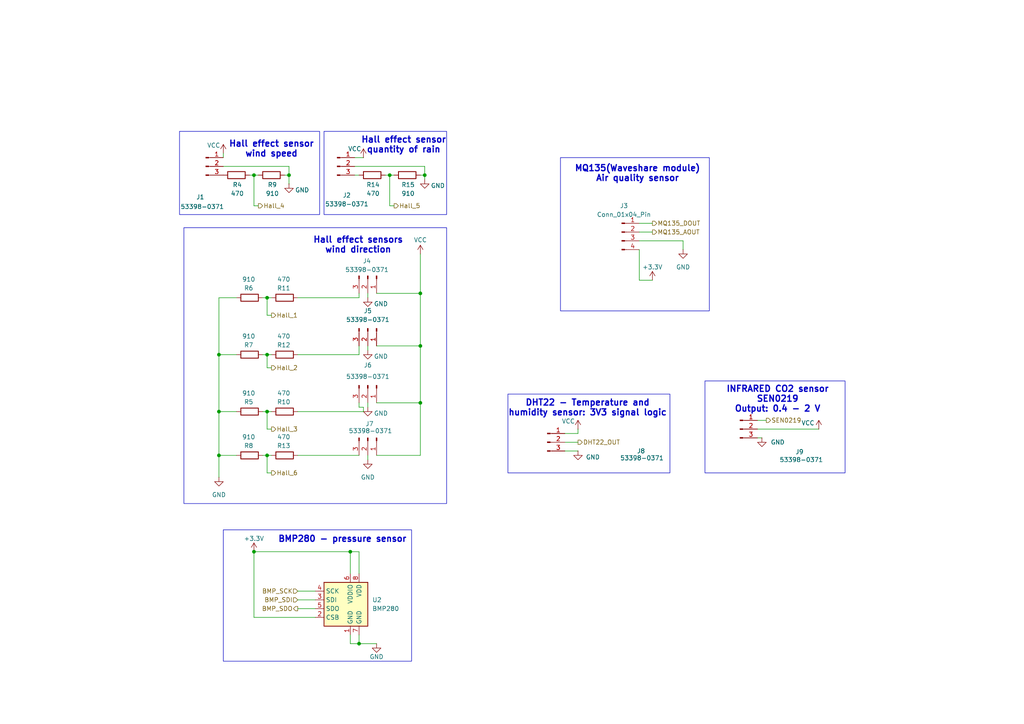
<source format=kicad_sch>
(kicad_sch (version 20231120) (generator "eeschema") (generator_version "8.0")
  (paper "A4")
  (lib_symbols
    (symbol "Connector:Conn_01x03_Pin" (pin_names (offset 1.016) hide)
      (property "Reference" "J" (at 0 5.08 0))
      (property "Value" "Conn_01x03_Pin" (at 0 -5.08 0))
      (symbol "Conn_01x03_Pin_1_1"
        (polyline (pts (xy 1.27 -2.54) (xy 0.8636 -2.54)) (stroke (width 0.1524)))
        (polyline (pts (xy 1.27 0) (xy 0.8636 0)) (stroke (width 0.1524)))
        (polyline (pts (xy 1.27 2.54) (xy 0.8636 2.54)) (stroke (width 0.1524)))
        (rectangle (start 0.8636 -2.413) (end 0 -2.667) (stroke (width 0.1524)) (fill (type outline)))
        (rectangle (start 0.8636 0.127) (end 0 -0.127) (stroke (width 0.1524)) (fill (type outline)))
        (rectangle (start 0.8636 2.667) (end 0 2.413) (stroke (width 0.1524)) (fill (type outline)))
        (pin passive line (at 5.08 2.54 180) (length 3.81) (name "Pin_1") (number "1"))
        (pin passive line (at 5.08 0 180) (length 3.81) (name "Pin_2") (number "2"))
        (pin passive line (at 5.08 -2.54 180) (length 3.81) (name "Pin_3") (number "3"))
      )
    )
    (symbol "Connector:Conn_01x04_Pin" (pin_names (offset 1.016) hide)
      (property "Reference" "J" (at 0 5.08 0))
      (property "Value" "Conn_01x04_Pin" (at 0 -7.62 0))
      (symbol "Conn_01x04_Pin_1_1"
        (polyline (pts (xy 1.27 -5.08) (xy 0.8636 -5.08)) (stroke (width 0.1524)))
        (polyline (pts (xy 1.27 -2.54) (xy 0.8636 -2.54)) (stroke (width 0.1524)))
        (polyline (pts (xy 1.27 0) (xy 0.8636 0)) (stroke (width 0.1524)))
        (polyline (pts (xy 1.27 2.54) (xy 0.8636 2.54)) (stroke (width 0.1524)))
        (rectangle (start 0.8636 -4.953) (end 0 -5.207) (stroke (width 0.1524)) (fill (type outline)))
        (rectangle (start 0.8636 -2.413) (end 0 -2.667) (stroke (width 0.1524)) (fill (type outline)))
        (rectangle (start 0.8636 0.127) (end 0 -0.127) (stroke (width 0.1524)) (fill (type outline)))
        (rectangle (start 0.8636 2.667) (end 0 2.413) (stroke (width 0.1524)) (fill (type outline)))
        (pin passive line (at 5.08 2.54 180) (length 3.81) (name "Pin_1") (number "1"))
        (pin passive line (at 5.08 0 180) (length 3.81) (name "Pin_2") (number "2"))
        (pin passive line (at 5.08 -2.54 180) (length 3.81) (name "Pin_3") (number "3"))
        (pin passive line (at 5.08 -5.08 180) (length 3.81) (name "Pin_4") (number "4"))
      )
    )
    (symbol "Device:R" (pin_numbers hide) (pin_names (offset 0))
      (property "Reference" "R" (at 2.032 0 90))
      (property "Value" "R" (at 0 0 90))
      (symbol "R_0_1"
        (rectangle (start -1.016 -2.54) (end 1.016 2.54) (stroke (width 0.254)))
      )
      (symbol "R_1_1"
        (pin passive line (at 0 3.81 270) (length 1.27) (name "~") (number "1"))
        (pin passive line (at 0 -3.81 90) (length 1.27) (name "~") (number "2"))
      )
    )
    (symbol "Sensor_Pressure:BMP280"
      (property "Reference" "U" (at -7.62 10.16 0))
      (property "Value" "BMP280" (at 5.08 10.16 0))
      (symbol "BMP280_0_1"
        (rectangle (start -7.62 -5.08) (end 5.08 7.62) (stroke (width 0.254)) (fill (type background)))
      )
      (symbol "BMP280_1_1"
        (pin power_in line (at 0 -7.62 90) (length 2.54) (name "GND") (number "1"))
        (pin input line (at -10.16 -2.54 0) (length 2.54) (name "CSB") (number "2"))
        (pin bidirectional line (at -10.16 2.54 0) (length 2.54) (name "SDI") (number "3"))
        (pin input line (at -10.16 5.08 0) (length 2.54) (name "SCK") (number "4"))
        (pin bidirectional line (at -10.16 0 0) (length 2.54) (name "SDO") (number "5"))
        (pin power_in line (at 0 10.16 270) (length 2.54) (name "VDDIO") (number "6"))
        (pin power_in line (at 2.54 -7.62 90) (length 2.54) (name "GND") (number "7"))
        (pin power_in line (at 2.54 10.16 270) (length 2.54) (name "VDD") (number "8"))
      )
    )
    (symbol "power:+3.3V" (power) (pin_numbers hide) (pin_names (offset 0) hide)
      (property "Value" "+3.3V" (at 0 3.556 0))
      (symbol "+3.3V_0_1"
        (polyline (pts (xy -0.762 1.27) (xy 0 2.54)))
        (polyline (pts (xy 0 0) (xy 0 2.54)))
        (polyline (pts (xy 0 2.54) (xy 0.762 1.27)))
      )
      (symbol "+3.3V_1_1"
        (pin power_in line (at 0 0 90) (length 0) (name "~") (number "1"))
      )
    )
    (symbol "power:GND" (power) (pin_numbers hide) (pin_names (offset 0) hide)
      (property "Value" "GND" (at 0 -3.81 0))
      (symbol "GND_0_1"
        (polyline (pts (xy 0 0) (xy 0 -1.27) (xy 1.27 -1.27) (xy 0 -2.54) (xy -1.27 -1.27) (xy 0 -1.27)))
      )
      (symbol "GND_1_1"
        (pin power_in line (at 0 0 270) (length 0) (name "~") (number "1"))
      )
    )
    (symbol "power:VCC" (power) (pin_numbers hide) (pin_names (offset 0) hide)
      (property "Value" "VCC" (at 0 3.556 0))
      (symbol "VCC_0_1"
        (polyline (pts (xy -0.762 1.27) (xy 0 2.54)))
        (polyline (pts (xy 0 0) (xy 0 2.54)))
        (polyline (pts (xy 0 2.54) (xy 0.762 1.27)))
      )
      (symbol "VCC_1_1"
        (pin power_in line (at 0 0 90) (length 0) (name "~") (number "1"))
      )
    )
  )
  (junction (at 83.82 50.8))
  (junction (at 63.5 119.38))
  (junction (at 63.5 132.08))
  (junction (at 104.14 186.69))
  (junction (at 123.19 50.8))
  (junction (at 77.47 119.38))
  (junction (at 73.66 50.8))
  (junction (at 121.92 116.84))
  (junction (at 77.47 86.36))
  (junction (at 113.03 50.8))
  (junction (at 101.6 160.02))
  (junction (at 121.92 100.33))
  (junction (at 63.5 102.87))
  (junction (at 121.92 85.09))
  (junction (at 73.66 160.02))
  (junction (at 77.47 132.08))
  (junction (at 77.47 102.87))
  (wire (pts (xy 105.41 118.11) (xy 104.14 118.11)))
  (wire (pts (xy 78.74 124.46) (xy 77.47 124.46)))
  (wire (pts (xy 121.92 132.08) (xy 109.22 132.08)))
  (wire (pts (xy 198.12 72.39) (xy 198.12 69.85)))
  (wire (pts (xy 121.92 85.09) (xy 121.92 100.33)))
  (wire (pts (xy 106.68 116.84) (xy 106.68 118.11)))
  (wire (pts (xy 86.36 171.45) (xy 91.44 171.45)))
  (wire (pts (xy 86.36 173.99) (xy 91.44 173.99)))
  (wire (pts (xy 167.64 124.46) (xy 167.64 125.73)))
  (wire (pts (xy 105.41 45.72) (xy 102.87 45.72)))
  (wire (pts (xy 109.22 116.84) (xy 121.92 116.84)))
  (wire (pts (xy 86.36 176.53) (xy 91.44 176.53)))
  (wire (pts (xy 86.36 86.36) (xy 104.14 86.36)))
  (wire (pts (xy 72.39 50.8) (xy 73.66 50.8)))
  (wire (pts (xy 113.03 59.69) (xy 113.03 50.8)))
  (wire (pts (xy 101.6 160.02) (xy 101.6 166.37)))
  (wire (pts (xy 104.14 166.37) (xy 104.14 160.02)))
  (wire (pts (xy 77.47 124.46) (xy 77.47 119.38)))
  (wire (pts (xy 104.14 118.11) (xy 104.14 116.84)))
  (wire (pts (xy 104.14 86.36) (xy 104.14 85.09)))
  (wire (pts (xy 63.5 132.08) (xy 63.5 138.43)))
  (wire (pts (xy 121.92 116.84) (xy 121.92 132.08)))
  (wire (pts (xy 109.22 186.69) (xy 104.14 186.69)))
  (wire (pts (xy 163.83 128.27) (xy 167.64 128.27)))
  (wire (pts (xy 111.76 50.8) (xy 113.03 50.8)))
  (wire (pts (xy 163.83 130.81) (xy 167.64 130.81)))
  (wire (pts (xy 77.47 106.68) (xy 77.47 102.87)))
  (wire (pts (xy 219.71 121.92) (xy 222.25 121.92)))
  (wire (pts (xy 77.47 137.16) (xy 77.47 132.08)))
  (wire (pts (xy 185.42 81.28) (xy 189.23 81.28)))
  (wire (pts (xy 121.92 50.8) (xy 123.19 50.8)))
  (wire (pts (xy 63.5 86.36) (xy 63.5 102.87)))
  (wire (pts (xy 113.03 50.8) (xy 114.3 50.8)))
  (wire (pts (xy 74.93 59.69) (xy 73.66 59.69)))
  (wire (pts (xy 63.5 86.36) (xy 68.58 86.36)))
  (wire (pts (xy 63.5 102.87) (xy 68.58 102.87)))
  (wire (pts (xy 63.5 119.38) (xy 68.58 119.38)))
  (wire (pts (xy 76.2 119.38) (xy 77.47 119.38)))
  (wire (pts (xy 102.87 48.26) (xy 123.19 48.26)))
  (wire (pts (xy 64.77 44.45) (xy 64.77 45.72)))
  (wire (pts (xy 198.12 69.85) (xy 185.42 69.85)))
  (wire (pts (xy 76.2 102.87) (xy 77.47 102.87)))
  (wire (pts (xy 76.2 132.08) (xy 77.47 132.08)))
  (wire (pts (xy 185.42 72.39) (xy 185.42 81.28)))
  (wire (pts (xy 78.74 106.68) (xy 77.47 106.68)))
  (wire (pts (xy 106.68 85.09) (xy 106.68 86.36)))
  (wire (pts (xy 86.36 119.38) (xy 105.41 119.38)))
  (wire (pts (xy 63.5 102.87) (xy 63.5 119.38)))
  (wire (pts (xy 77.47 119.38) (xy 78.74 119.38)))
  (wire (pts (xy 121.92 100.33) (xy 121.92 116.84)))
  (wire (pts (xy 83.82 48.26) (xy 83.82 50.8)))
  (wire (pts (xy 77.47 91.44) (xy 77.47 86.36)))
  (wire (pts (xy 105.41 119.38) (xy 105.41 118.11)))
  (wire (pts (xy 77.47 132.08) (xy 78.74 132.08)))
  (wire (pts (xy 63.5 132.08) (xy 68.58 132.08)))
  (wire (pts (xy 185.42 64.77) (xy 189.23 64.77)))
  (wire (pts (xy 104.14 184.15) (xy 104.14 186.69)))
  (wire (pts (xy 101.6 184.15) (xy 101.6 186.69)))
  (wire (pts (xy 101.6 186.69) (xy 104.14 186.69)))
  (wire (pts (xy 121.92 73.66) (xy 121.92 85.09)))
  (wire (pts (xy 77.47 86.36) (xy 78.74 86.36)))
  (wire (pts (xy 114.3 59.69) (xy 113.03 59.69)))
  (wire (pts (xy 185.42 67.31) (xy 189.23 67.31)))
  (wire (pts (xy 123.19 48.26) (xy 123.19 50.8)))
  (wire (pts (xy 104.14 102.87) (xy 104.14 100.33)))
  (wire (pts (xy 78.74 91.44) (xy 77.47 91.44)))
  (wire (pts (xy 167.64 125.73) (xy 163.83 125.73)))
  (wire (pts (xy 73.66 59.69) (xy 73.66 50.8)))
  (wire (pts (xy 106.68 132.08) (xy 106.68 133.35)))
  (wire (pts (xy 78.74 137.16) (xy 77.47 137.16)))
  (wire (pts (xy 82.55 50.8) (xy 83.82 50.8)))
  (wire (pts (xy 109.22 85.09) (xy 121.92 85.09)))
  (wire (pts (xy 76.2 86.36) (xy 77.47 86.36)))
  (wire (pts (xy 73.66 160.02) (xy 73.66 179.07)))
  (wire (pts (xy 86.36 102.87) (xy 104.14 102.87)))
  (wire (pts (xy 109.22 100.33) (xy 121.92 100.33)))
  (wire (pts (xy 77.47 102.87) (xy 78.74 102.87)))
  (wire (pts (xy 101.6 160.02) (xy 104.14 160.02)))
  (wire (pts (xy 106.68 100.33) (xy 106.68 101.6)))
  (wire (pts (xy 86.36 132.08) (xy 104.14 132.08)))
  (wire (pts (xy 102.87 50.8) (xy 104.14 50.8)))
  (wire (pts (xy 123.19 50.8) (xy 123.19 52.07)))
  (wire (pts (xy 73.66 160.02) (xy 101.6 160.02)))
  (wire (pts (xy 219.71 124.46) (xy 237.49 124.46)))
  (wire (pts (xy 63.5 119.38) (xy 63.5 132.08)))
  (wire (pts (xy 83.82 50.8) (xy 83.82 53.34)))
  (wire (pts (xy 73.66 50.8) (xy 74.93 50.8)))
  (wire (pts (xy 73.66 179.07) (xy 91.44 179.07)))
  (wire (pts (xy 219.71 127) (xy 220.98 127)))
  (wire (pts (xy 64.77 48.26) (xy 83.82 48.26)))
  (rectangle (start 93.98 38.1) (end 129.54 62.23))
  (rectangle (start 64.77 153.67) (end 119.38 191.77))
  (rectangle (start 53.34 66.04) (end 129.54 146.05))
  (rectangle (start 52.07 38.1) (end 92.71 62.23))
  (rectangle (start 204.47 110.49) (end 245.11 137.16))
  (rectangle (start 147.32 114.3) (end 194.31 137.16))
  (rectangle (start 162.56 45.72) (end 205.74 90.17))
  (text "Hall effect sensors\nwind direction\n" (at 103.886 71.12 0) (effects (font (size 1.778 1.778) (thickness 0.3556) (bold yes))))
  (text "INFRARED CO2 sensor\nSEN0219\nOutput: 0.4 - 2 V" (at 225.552 115.824 0) (effects (font (size 1.778 1.778) (thickness 0.3556) (bold yes))))
  (text "BMP280 - pressure sensor" (at 99.314 156.464 0) (effects (font (size 1.778 1.778) (thickness 0.3556) (bold yes))))
  (text "DHT22 - Temperature and\nhumidity sensor: 3V3 signal logic\n" (at 170.434 118.364 0) (effects (font (size 1.778 1.778) (thickness 0.3556) (bold yes))))
  (text "MQ135(Waveshare module)\nAir quality sensor\n\n" (at 184.912 51.816 0) (effects (font (size 1.778 1.778) (thickness 0.3556) (bold yes))))
  (text "Hall effect sensor\nwind speed\n\n" (at 78.74 44.704 0) (effects (font (size 1.778 1.778) (thickness 0.3556) (bold yes))))
  (text "Hall effect sensor\nquantity of rain\n\n\n" (at 117.094 44.958 0) (effects (font (size 1.778 1.778) (thickness 0.3556) (bold yes))))
  (hierarchical_label "MQ135_AOUT" (shape output) (at 189.23 67.31 0))
  (hierarchical_label "Hall_1" (shape output) (at 78.74 91.44 0))
  (hierarchical_label "Hall_3" (shape output) (at 78.74 124.46 0))
  (hierarchical_label "BMP_SCK" (shape input) (at 86.36 171.45 180))
  (hierarchical_label "Hall_4" (shape output) (at 74.93 59.69 0))
  (hierarchical_label "Hall_5" (shape output) (at 114.3 59.69 0))
  (hierarchical_label "BMP_SDO" (shape output) (at 86.36 176.53 180))
  (hierarchical_label "Hall_2" (shape output) (at 78.74 106.68 0))
  (hierarchical_label "DHT22_OUT" (shape output) (at 167.64 128.27 0))
  (hierarchical_label "BMP_SDI" (shape input) (at 86.36 173.99 180))
  (hierarchical_label "Hall_6" (shape output) (at 78.74 137.16 0))
  (hierarchical_label "SEN0219" (shape output) (at 222.25 121.92 0))
  (hierarchical_label "MQ135_DOUT" (shape output) (at 189.23 64.77 0))
  (symbol (lib_id "Connector:Conn_01x03_Pin") (at 214.63 124.46 0) (unit 1)
    (property "Reference" "J9" (at 231.902 131.064 0))
    (property "Value" "53398-0371" (at 232.41 133.35 0))
    (property "Footprint" "1bmoje:53398-0371" (effects (hide yes)))
    (property "Description" "Generic connector, single row, 01x03, script generated" (effects (hide yes)))
    (property "Manufacturer_Name" "Molex" (effects (hide yes)))
    (property "Manufacturer_Part_Number" "53398-0371" (effects (hide yes)))
  )
  (symbol (lib_id "Device:R") (at 68.58 50.8 90) (unit 1)
    (property "Reference" "R4" (at 68.834 53.594 90))
    (property "Value" "470" (at 68.834 56.134 90))
    (property "Footprint" "Resistor_SMD:R_0603_1608Metric" (effects (hide yes)))
    (property "Description" "Resistor" (effects (hide yes)))
  )
  (symbol (lib_id "Device:R") (at 82.55 132.08 270) (unit 1)
    (property "Reference" "R13" (at 82.296 129.286 90))
    (property "Value" "470" (at 82.296 126.746 90))
    (property "Footprint" "Resistor_SMD:R_0603_1608Metric" (effects (hide yes)))
    (property "Description" "Resistor" (effects (hide yes)))
  )
  (symbol (lib_id "power:GND") (at 109.22 186.69 0) (unit 1)
    (property "Reference" "#PWR033" (effects (hide yes)))
    (property "Value" "GND" (at 109.22 190.5 0))
    (property "Description" "Power symbol creates a global label with name \"GND\" , ground" (effects (hide yes)))
  )
  (symbol (lib_id "power:+3.3V") (at 189.23 81.28 0) (unit 1)
    (property "Reference" "#PWR021" (effects (hide yes)))
    (property "Value" "+3.3V" (at 189.23 77.47 0))
    (property "Description" "Power symbol creates a global label with name \"+3.3V\"" (effects (hide yes)))
  )
  (symbol (lib_id "power:VCC") (at 237.49 124.46 0) (unit 1)
    (property "Reference" "#PWR014" (effects (hide yes)))
    (property "Value" "VCC" (at 232.41 122.682 0) (effects (justify left)))
    (property "Description" "Power symbol creates a global label with name \"VCC\"" (effects (hide yes)))
  )
  (symbol (lib_id "Connector:Conn_01x04_Pin") (at 180.34 67.31 0) (unit 1)
    (property "Reference" "J3" (at 180.975 59.69 0))
    (property "Value" "Conn_01x04_Pin" (at 180.975 62.23 0))
    (property "Footprint" "1bmoje:533980471- MOLEXx4" (effects (hide yes)))
    (property "Description" "Generic connector, single row, 01x04, script generated" (effects (hide yes)))
  )
  (symbol (lib_id "power:GND") (at 106.68 86.36 0) (unit 1)
    (property "Reference" "#PWR027" (effects (hide yes)))
    (property "Value" "GND" (at 110.49 88.138 0))
    (property "Description" "Power symbol creates a global label with name \"GND\" , ground" (effects (hide yes)))
  )
  (symbol (lib_id "Device:R") (at 82.55 102.87 270) (unit 1)
    (property "Reference" "R12" (at 82.296 100.076 90))
    (property "Value" "470" (at 82.296 97.536 90))
    (property "Footprint" "Resistor_SMD:R_0603_1608Metric" (effects (hide yes)))
    (property "Description" "Resistor" (effects (hide yes)))
  )
  (symbol (lib_id "power:GND") (at 220.98 127 0) (unit 1)
    (property "Reference" "#PWR013" (effects (hide yes)))
    (property "Value" "GND" (at 223.52 128.2699 0) (effects (justify left)))
    (property "Description" "Power symbol creates a global label with name \"GND\" , ground" (effects (hide yes)))
  )
  (symbol (lib_id "power:VCC") (at 167.64 124.46 0) (unit 1)
    (property "Reference" "#PWR09" (effects (hide yes)))
    (property "Value" "VCC" (at 164.846 122.174 0))
    (property "Description" "Power symbol creates a global label with name \"VCC\"" (effects (hide yes)))
  )
  (symbol (lib_id "Connector:Conn_01x03_Pin") (at 59.69 48.26 0) (unit 1)
    (property "Reference" "J1" (at 56.896 57.15 0) (effects (justify left)))
    (property "Value" "53398-0371" (at 52.324 59.944 0) (effects (justify left)))
    (property "Footprint" "53398-0371" (effects (hide yes)))
    (property "Description" "Generic connector, single row, 01x03, script generated" (effects (hide yes)))
    (property "Manufacturer_Name" "Molex" (effects (hide yes)))
    (property "Manufacturer_Part_Number" "53398-0371" (effects (hide yes)))
  )
  (symbol (lib_id "power:GND") (at 106.68 133.35 0) (unit 1)
    (property "Reference" "#PWR037" (effects (hide yes)))
    (property "Value" "GND" (at 106.68 138.43 0))
    (property "Description" "Power symbol creates a global label with name \"GND\" , ground" (effects (hide yes)))
  )
  (symbol (lib_id "Connector:Conn_01x03_Pin") (at 158.75 128.27 0) (unit 1)
    (property "Reference" "J8" (at 185.928 130.81 0))
    (property "Value" "53398-0371" (at 186.182 132.842 0))
    (property "Footprint" "1bmoje:53398-0371" (effects (hide yes)))
    (property "Description" "Generic connector, single row, 01x03, script generated" (effects (hide yes)))
    (property "Manufacturer_Name" "Molex" (effects (hide yes)))
    (property "Manufacturer_Part_Number" "53398-0371" (effects (hide yes)))
  )
  (symbol (lib_id "power:VCC") (at 105.41 45.72 0) (unit 1)
    (property "Reference" "#PWR025" (effects (hide yes)))
    (property "Value" "VCC" (at 102.87 43.18 0))
    (property "Description" "Power symbol creates a global label with name \"VCC\"" (effects (hide yes)))
  )
  (symbol (lib_id "power:+3.3V") (at 73.66 160.02 0) (unit 1)
    (property "Reference" "#PWR020" (effects (hide yes)))
    (property "Value" "+3.3V" (at 73.66 156.21 0))
    (property "Description" "Power symbol creates a global label with name \"+3.3V\"" (effects (hide yes)))
  )
  (symbol (lib_id "power:GND") (at 106.68 118.11 0) (unit 1)
    (property "Reference" "#PWR036" (effects (hide yes)))
    (property "Value" "GND" (at 110.49 119.888 0))
    (property "Description" "Power symbol creates a global label with name \"GND\" , ground" (effects (hide yes)))
  )
  (symbol (lib_id "power:VCC") (at 64.77 44.45 0) (unit 1)
    (property "Reference" "#PWR023" (effects (hide yes)))
    (property "Value" "VCC" (at 61.976 42.164 0))
    (property "Description" "Power symbol creates a global label with name \"VCC\"" (effects (hide yes)))
  )
  (symbol (lib_id "Sensor_Pressure:BMP280") (at 101.6 176.53 0) (unit 1)
    (property "Reference" "U2" (at 107.95 173.9899 0) (effects (justify left)))
    (property "Value" "BMP280" (at 107.95 176.5299 0) (effects (justify left)))
    (property "Footprint" "Package_LGA:Bosch_LGA-8_2x2.5mm_P0.65mm_ClockwisePinNumbering" (effects (hide yes)))
    (property "Datasheet" "https://ae-bst.resource.bosch.com/media/_tech/media/datasheets/BST-BMP280-DS001.pdf" (effects (hide yes)))
    (property "Description" "Absolute Barometric Pressure Sensor, LGA-8" (effects (hide yes)))
  )
  (symbol (lib_id "Device:R") (at 72.39 86.36 270) (unit 1)
    (property "Reference" "R6" (at 72.136 83.566 90))
    (property "Value" "910" (at 72.136 81.026 90))
    (property "Footprint" "Resistor_SMD:R_0603_1608Metric" (effects (hide yes)))
    (property "Description" "Resistor" (effects (hide yes)))
  )
  (symbol (lib_id "Connector:Conn_01x03_Pin") (at 106.68 127 270) (unit 1)
    (property "Reference" "J7" (at 107.188 122.936 90))
    (property "Value" "53398-0371" (at 107.442 124.968 90))
    (property "Footprint" "1bmoje:53398-0371" (effects (hide yes)))
    (property "Description" "Generic connector, single row, 01x03, script generated" (effects (hide yes)))
    (property "Manufacturer_Name" "Molex" (effects (hide yes)))
    (property "Manufacturer_Part_Number" "53398-0371" (effects (hide yes)))
  )
  (symbol (lib_id "power:GND") (at 167.64 130.81 0) (unit 1)
    (property "Reference" "#PWR012" (effects (hide yes)))
    (property "Value" "GND" (at 171.958 132.588 0))
    (property "Description" "Power symbol creates a global label with name \"GND\" , ground" (effects (hide yes)))
  )
  (symbol (lib_id "power:GND") (at 106.68 101.6 0) (unit 1)
    (property "Reference" "#PWR028" (effects (hide yes)))
    (property "Value" "GND" (at 110.49 103.378 0))
    (property "Description" "Power symbol creates a global label with name \"GND\" , ground" (effects (hide yes)))
  )
  (symbol (lib_id "power:VCC") (at 121.92 73.66 0) (unit 1)
    (property "Reference" "#PWR038" (effects (hide yes)))
    (property "Value" "VCC" (at 121.92 69.596 0))
    (property "Description" "Power symbol creates a global label with name \"VCC\"" (effects (hide yes)))
  )
  (symbol (lib_id "Device:R") (at 72.39 132.08 270) (unit 1)
    (property "Reference" "R8" (at 72.136 129.286 90))
    (property "Value" "910" (at 72.136 126.746 90))
    (property "Footprint" "Resistor_SMD:R_0603_1608Metric" (effects (hide yes)))
    (property "Description" "Resistor" (effects (hide yes)))
  )
  (symbol (lib_id "Connector:Conn_01x03_Pin") (at 106.68 95.25 270) (unit 1)
    (property "Reference" "J5" (at 106.68 90.17 90))
    (property "Value" "53398-0371" (at 106.68 92.71 90))
    (property "Footprint" "1bmoje:53398-0371" (effects (hide yes)))
    (property "Description" "Generic connector, single row, 01x03, script generated" (effects (hide yes)))
    (property "Manufacturer_Name" "Molex" (effects (hide yes)))
    (property "Manufacturer_Part_Number" "53398-0371" (effects (hide yes)))
  )
  (symbol (lib_id "Device:R") (at 78.74 50.8 90) (unit 1)
    (property "Reference" "R9" (at 78.994 53.594 90))
    (property "Value" "910" (at 78.994 56.134 90))
    (property "Footprint" "Resistor_SMD:R_0603_1608Metric" (effects (hide yes)))
    (property "Description" "Resistor" (effects (hide yes)))
  )
  (symbol (lib_id "Device:R") (at 72.39 102.87 270) (unit 1)
    (property "Reference" "R7" (at 72.136 100.076 90))
    (property "Value" "910" (at 72.136 97.536 90))
    (property "Footprint" "Resistor_SMD:R_0603_1608Metric" (effects (hide yes)))
    (property "Description" "Resistor" (effects (hide yes)))
  )
  (symbol (lib_id "Connector:Conn_01x03_Pin") (at 97.79 48.26 0) (unit 1)
    (property "Reference" "J2" (at 100.584 56.642 0))
    (property "Value" "53398-0371" (at 100.584 59.182 0))
    (property "Footprint" "1bmoje:53398-0371" (effects (hide yes)))
    (property "Description" "Generic connector, single row, 01x03, script generated" (effects (hide yes)))
    (property "Manufacturer_Name" "Molex" (effects (hide yes)))
    (property "Manufacturer_Part_Number" "53398-0371" (effects (hide yes)))
  )
  (symbol (lib_id "Device:R") (at 118.11 50.8 90) (unit 1)
    (property "Reference" "R15" (at 118.364 53.594 90))
    (property "Value" "910" (at 118.364 56.134 90))
    (property "Footprint" "Resistor_SMD:R_0603_1608Metric" (effects (hide yes)))
    (property "Description" "Resistor" (effects (hide yes)))
  )
  (symbol (lib_id "Device:R") (at 107.95 50.8 90) (unit 1)
    (property "Reference" "R14" (at 108.204 53.594 90))
    (property "Value" "470" (at 108.204 56.134 90))
    (property "Footprint" "Resistor_SMD:R_0603_1608Metric" (effects (hide yes)))
    (property "Description" "Resistor" (effects (hide yes)))
  )
  (symbol (lib_id "Connector:Conn_01x03_Pin") (at 106.68 80.01 270) (unit 1)
    (property "Reference" "J4" (at 106.426 75.692 90))
    (property "Value" "53398-0371" (at 106.426 78.232 90))
    (property "Footprint" "1bmoje:53398-0371" (effects (hide yes)))
    (property "Description" "Generic connector, single row, 01x03, script generated" (effects (hide yes)))
    (property "Manufacturer_Name" "Molex" (effects (hide yes)))
    (property "Manufacturer_Part_Number" "53398-0371" (effects (hide yes)))
  )
  (symbol (lib_id "power:GND") (at 123.19 52.07 0) (unit 1)
    (property "Reference" "#PWR041" (effects (hide yes)))
    (property "Value" "GND" (at 127 53.848 0))
    (property "Description" "Power symbol creates a global label with name \"GND\" , ground" (effects (hide yes)))
  )
  (symbol (lib_id "power:GND") (at 198.12 72.39 0) (unit 1)
    (property "Reference" "#PWR022" (effects (hide yes)))
    (property "Value" "GND" (at 198.12 77.47 0))
    (property "Description" "Power symbol creates a global label with name \"GND\" , ground" (effects (hide yes)))
  )
  (symbol (lib_id "power:GND") (at 83.82 53.34 0) (unit 1)
    (property "Reference" "#PWR024" (effects (hide yes)))
    (property "Value" "GND" (at 87.63 55.118 0))
    (property "Description" "Power symbol creates a global label with name \"GND\" , ground" (effects (hide yes)))
  )
  (symbol (lib_id "Device:R") (at 72.39 119.38 270) (unit 1)
    (property "Reference" "R5" (at 72.136 116.586 90))
    (property "Value" "910" (at 72.136 114.046 90))
    (property "Footprint" "Resistor_SMD:R_0603_1608Metric" (effects (hide yes)))
    (property "Description" "Resistor" (effects (hide yes)))
  )
  (symbol (lib_id "Device:R") (at 82.55 86.36 270) (unit 1)
    (property "Reference" "R11" (at 82.296 83.566 90))
    (property "Value" "470" (at 82.296 81.026 90))
    (property "Footprint" "Resistor_SMD:R_0603_1608Metric" (effects (hide yes)))
    (property "Description" "Resistor" (effects (hide yes)))
  )
  (symbol (lib_id "Device:R") (at 82.55 119.38 270) (unit 1)
    (property "Reference" "R10" (at 82.296 116.586 90))
    (property "Value" "470" (at 82.296 114.046 90))
    (property "Footprint" "Resistor_SMD:R_0603_1608Metric" (effects (hide yes)))
    (property "Description" "Resistor" (effects (hide yes)))
  )
  (symbol (lib_id "Connector:Conn_01x03_Pin") (at 106.68 111.76 270) (unit 1)
    (property "Reference" "J6" (at 106.68 105.918 90))
    (property "Value" "53398-0371" (at 106.68 109.22 90))
    (property "Footprint" "1bmoje:53398-0371" (effects (hide yes)))
    (property "Description" "Generic connector, single row, 01x03, script generated" (effects (hide yes)))
    (property "Manufacturer_Name" "Molex" (effects (hide yes)))
    (property "Manufacturer_Part_Number" "53398-0371" (effects (hide yes)))
  )
  (symbol (lib_id "power:GND") (at 63.5 138.43 0) (unit 1)
    (property "Reference" "#PWR011" (effects (hide yes)))
    (property "Value" "GND" (at 63.5 143.51 0))
    (property "Description" "Power symbol creates a global label with name \"GND\" , ground" (effects (hide yes)))
  )
)
</source>
